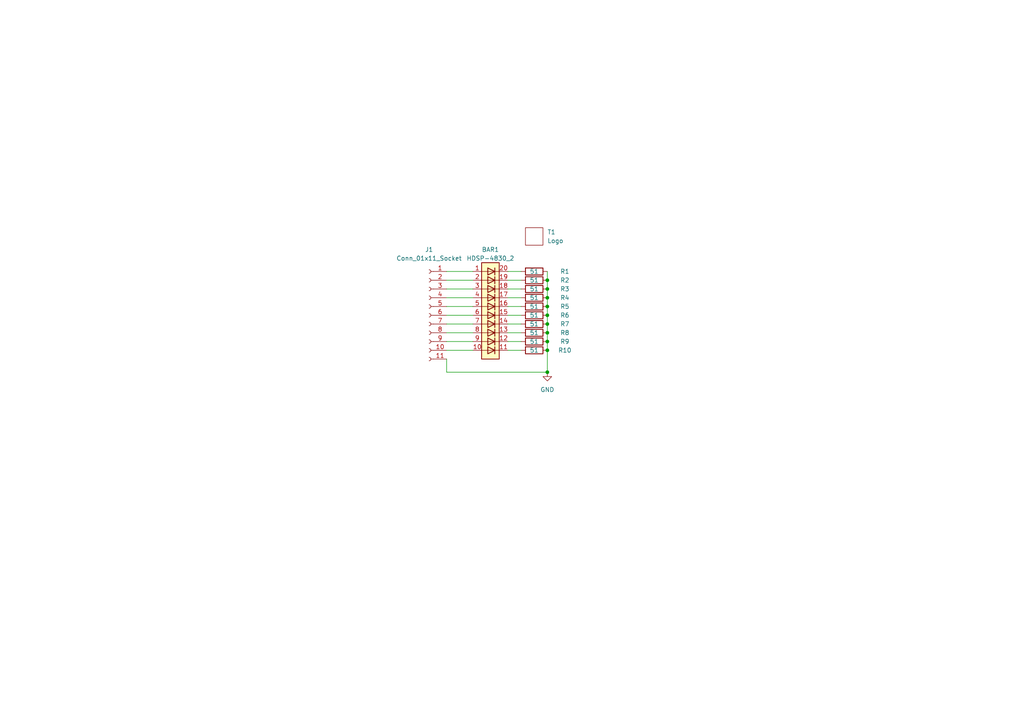
<source format=kicad_sch>
(kicad_sch (version 20230121) (generator eeschema)
  (paper "A4")
  (lib_symbols
    (symbol "Caravel_board:Logo"
      (property "Reference" "T" (at 0 1.27 0))
      (property "Value" "Logo" (at 0 -1.27 0))
      (symbol "Logo_0_1"
        (rectangle (start -2.54 2.54) (end 2.54 -2.54))
      )
    )
    (symbol "Connector:Conn_01x11_Socket" (pin_names (offset 1.016) hide)
      (property "Reference" "J" (at 0 15.24 0))
      (property "Value" "Conn_01x11_Socket" (at 0 -15.24 0))
      (symbol "Conn_01x11_Socket_1_1"
        (arc (start 0 -12.192) (mid -0.5058 -12.7) (end 0 -13.208) (stroke (width 0.1524)))
        (arc (start 0 -9.652) (mid -0.5058 -10.16) (end 0 -10.668) (stroke (width 0.1524)))
        (arc (start 0 -7.112) (mid -0.5058 -7.62) (end 0 -8.128) (stroke (width 0.1524)))
        (arc (start 0 -4.572) (mid -0.5058 -5.08) (end 0 -5.588) (stroke (width 0.1524)))
        (arc (start 0 -2.032) (mid -0.5058 -2.54) (end 0 -3.048) (stroke (width 0.1524)))
        (polyline (pts (xy -1.27 -12.7) (xy -0.508 -12.7)) (stroke (width 0.1524)))
        (polyline (pts (xy -1.27 -10.16) (xy -0.508 -10.16)) (stroke (width 0.1524)))
        (polyline (pts (xy -1.27 -7.62) (xy -0.508 -7.62)) (stroke (width 0.1524)))
        (polyline (pts (xy -1.27 -5.08) (xy -0.508 -5.08)) (stroke (width 0.1524)))
        (polyline (pts (xy -1.27 -2.54) (xy -0.508 -2.54)) (stroke (width 0.1524)))
        (polyline (pts (xy -1.27 0) (xy -0.508 0)) (stroke (width 0.1524)))
        (polyline (pts (xy -1.27 2.54) (xy -0.508 2.54)) (stroke (width 0.1524)))
        (polyline (pts (xy -1.27 5.08) (xy -0.508 5.08)) (stroke (width 0.1524)))
        (polyline (pts (xy -1.27 7.62) (xy -0.508 7.62)) (stroke (width 0.1524)))
        (polyline (pts (xy -1.27 10.16) (xy -0.508 10.16)) (stroke (width 0.1524)))
        (polyline (pts (xy -1.27 12.7) (xy -0.508 12.7)) (stroke (width 0.1524)))
        (arc (start 0 0.508) (mid -0.5058 0) (end 0 -0.508) (stroke (width 0.1524)))
        (arc (start 0 3.048) (mid -0.5058 2.54) (end 0 2.032) (stroke (width 0.1524)))
        (arc (start 0 5.588) (mid -0.5058 5.08) (end 0 4.572) (stroke (width 0.1524)))
        (arc (start 0 8.128) (mid -0.5058 7.62) (end 0 7.112) (stroke (width 0.1524)))
        (arc (start 0 10.668) (mid -0.5058 10.16) (end 0 9.652) (stroke (width 0.1524)))
        (arc (start 0 13.208) (mid -0.5058 12.7) (end 0 12.192) (stroke (width 0.1524)))
        (pin passive line (at -5.08 12.7 0) (length 3.81) (name "Pin_1") (number "1"))
        (pin passive line (at -5.08 -10.16 0) (length 3.81) (name "Pin_10") (number "10"))
        (pin passive line (at -5.08 -12.7 0) (length 3.81) (name "Pin_11") (number "11"))
        (pin passive line (at -5.08 10.16 0) (length 3.81) (name "Pin_2") (number "2"))
        (pin passive line (at -5.08 7.62 0) (length 3.81) (name "Pin_3") (number "3"))
        (pin passive line (at -5.08 5.08 0) (length 3.81) (name "Pin_4") (number "4"))
        (pin passive line (at -5.08 2.54 0) (length 3.81) (name "Pin_5") (number "5"))
        (pin passive line (at -5.08 0 0) (length 3.81) (name "Pin_6") (number "6"))
        (pin passive line (at -5.08 -2.54 0) (length 3.81) (name "Pin_7") (number "7"))
        (pin passive line (at -5.08 -5.08 0) (length 3.81) (name "Pin_8") (number "8"))
        (pin passive line (at -5.08 -7.62 0) (length 3.81) (name "Pin_9") (number "9"))
      )
    )
    (symbol "Device:R" (pin_numbers hide) (pin_names (offset 0))
      (property "Reference" "R" (at 2.032 0 90))
      (property "Value" "R" (at 0 0 90))
      (symbol "R_0_1"
        (rectangle (start -1.016 -2.54) (end 1.016 2.54) (stroke (width 0.254)))
      )
      (symbol "R_1_1"
        (pin passive line (at 0 3.81 270) (length 1.27) (name "~") (number "1"))
        (pin passive line (at 0 -3.81 90) (length 1.27) (name "~") (number "2"))
      )
    )
    (symbol "LED:HDSP-4830_2" (pin_names (offset 1.016) hide)
      (property "Reference" "BAR" (at 0 15.24 0))
      (property "Value" "HDSP-4830_2" (at 0 -17.78 0))
      (symbol "HDSP-4830_2_0_1"
        (rectangle (start -2.54 12.7) (end 2.54 -15.24) (stroke (width 0.254)) (fill (type background)))
        (polyline (pts (xy -2.54 -12.7) (xy 2.54 -12.7)))
        (polyline (pts (xy -2.54 -10.16) (xy 2.54 -10.16)))
        (polyline (pts (xy -2.54 -7.62) (xy 2.54 -7.62)))
        (polyline (pts (xy -2.54 -5.08) (xy 2.54 -5.08)))
        (polyline (pts (xy -2.54 0) (xy 2.54 0)))
        (polyline (pts (xy -2.54 5.08) (xy 2.54 5.08)))
        (polyline (pts (xy -2.54 7.62) (xy 2.54 7.62)))
        (polyline (pts (xy -2.54 10.16) (xy 2.54 10.16)))
        (polyline (pts (xy 1.27 -11.684) (xy 1.27 -13.716)) (stroke (width 0.254)))
        (polyline (pts (xy 1.27 -9.144) (xy 1.27 -11.176)) (stroke (width 0.254)))
        (polyline (pts (xy 1.27 -6.604) (xy 1.27 -8.636)) (stroke (width 0.254)))
        (polyline (pts (xy 1.27 -4.064) (xy 1.27 -6.096)) (stroke (width 0.254)))
        (polyline (pts (xy 1.27 -1.524) (xy 1.27 -3.556)) (stroke (width 0.254)))
        (polyline (pts (xy 1.27 1.016) (xy 1.27 -1.016)) (stroke (width 0.254)))
        (polyline (pts (xy 1.27 3.556) (xy 1.27 1.524)) (stroke (width 0.254)))
        (polyline (pts (xy 1.27 6.096) (xy 1.27 4.064)) (stroke (width 0.254)))
        (polyline (pts (xy 1.27 8.636) (xy 1.27 6.604)) (stroke (width 0.254)))
        (polyline (pts (xy 1.27 11.176) (xy 1.27 9.144)) (stroke (width 0.254)))
        (polyline (pts (xy 2.54 -2.54) (xy -2.54 -2.54)))
        (polyline (pts (xy 2.54 2.54) (xy -2.54 2.54)))
        (polyline (pts (xy -0.762 -11.684) (xy -0.762 -13.716) (xy 1.27 -12.7) (xy -0.762 -11.684)) (stroke (width 0.254)))
        (polyline (pts (xy -0.762 -9.144) (xy -0.762 -11.176) (xy 1.27 -10.16) (xy -0.762 -9.144)) (stroke (width 0.254)))
        (polyline (pts (xy -0.762 -6.604) (xy -0.762 -8.636) (xy 1.27 -7.62) (xy -0.762 -6.604)) (stroke (width 0.254)))
        (polyline (pts (xy -0.762 -4.064) (xy -0.762 -6.096) (xy 1.27 -5.08) (xy -0.762 -4.064)) (stroke (width 0.254)))
        (polyline (pts (xy -0.762 -1.524) (xy -0.762 -3.556) (xy 1.27 -2.54) (xy -0.762 -1.524)) (stroke (width 0.254)))
        (polyline (pts (xy -0.762 1.016) (xy -0.762 -1.016) (xy 1.27 0) (xy -0.762 1.016)) (stroke (width 0.254)))
        (polyline (pts (xy -0.762 3.556) (xy -0.762 1.524) (xy 1.27 2.54) (xy -0.762 3.556)) (stroke (width 0.254)))
        (polyline (pts (xy -0.762 6.096) (xy -0.762 4.064) (xy 1.27 5.08) (xy -0.762 6.096)) (stroke (width 0.254)))
        (polyline (pts (xy -0.762 8.636) (xy -0.762 6.604) (xy 1.27 7.62) (xy -0.762 8.636)) (stroke (width 0.254)))
        (polyline (pts (xy -0.762 11.176) (xy -0.762 9.144) (xy 1.27 10.16) (xy -0.762 11.176)) (stroke (width 0.254)))
      )
      (symbol "HDSP-4830_2_1_1"
        (pin passive line (at -5.08 10.16 0) (length 2.54) (name "A") (number "1"))
        (pin passive line (at -5.08 -12.7 0) (length 2.54) (name "A") (number "10"))
        (pin passive line (at 5.08 -12.7 180) (length 2.54) (name "K") (number "11"))
        (pin passive line (at 5.08 -10.16 180) (length 2.54) (name "K") (number "12"))
        (pin passive line (at 5.08 -7.62 180) (length 2.54) (name "K") (number "13"))
        (pin passive line (at 5.08 -5.08 180) (length 2.54) (name "K") (number "14"))
        (pin passive line (at 5.08 -2.54 180) (length 2.54) (name "K") (number "15"))
        (pin passive line (at 5.08 0 180) (length 2.54) (name "K") (number "16"))
        (pin passive line (at 5.08 2.54 180) (length 2.54) (name "K") (number "17"))
        (pin passive line (at 5.08 5.08 180) (length 2.54) (name "K") (number "18"))
        (pin passive line (at 5.08 7.62 180) (length 2.54) (name "K") (number "19"))
        (pin passive line (at -5.08 7.62 0) (length 2.54) (name "A") (number "2"))
        (pin passive line (at 5.08 10.16 180) (length 2.54) (name "K") (number "20"))
        (pin passive line (at -5.08 5.08 0) (length 2.54) (name "A") (number "3"))
        (pin passive line (at -5.08 2.54 0) (length 2.54) (name "A") (number "4"))
        (pin passive line (at -5.08 0 0) (length 2.54) (name "A") (number "5"))
        (pin passive line (at -5.08 -2.54 0) (length 2.54) (name "A") (number "6"))
        (pin passive line (at -5.08 -5.08 0) (length 2.54) (name "A") (number "7"))
        (pin passive line (at -5.08 -7.62 0) (length 2.54) (name "A") (number "8"))
        (pin passive line (at -5.08 -10.16 0) (length 2.54) (name "A") (number "9"))
      )
    )
    (symbol "power:GND" (power) (pin_names (offset 0))
      (property "Value" "GND" (at 0 -3.81 0))
      (symbol "GND_0_1"
        (polyline (pts (xy 0 0) (xy 0 -1.27) (xy 1.27 -1.27) (xy 0 -2.54) (xy -1.27 -1.27) (xy 0 -1.27)))
      )
      (symbol "GND_1_1"
        (pin power_in line (at 0 0 270) (length 0) hide (name "GND") (number "1"))
      )
    )
  )
  (junction (at 158.75 88.9))
  (junction (at 158.75 96.52))
  (junction (at 158.75 86.36))
  (junction (at 158.75 99.06))
  (junction (at 158.75 91.44))
  (junction (at 158.75 81.28))
  (junction (at 158.75 93.98))
  (junction (at 158.75 107.95))
  (junction (at 158.75 83.82))
  (junction (at 158.75 101.6))
  (wire (pts (xy 158.75 81.28) (xy 158.75 83.82)))
  (wire (pts (xy 129.54 96.52) (xy 137.16 96.52)))
  (wire (pts (xy 147.32 96.52) (xy 151.13 96.52)))
  (wire (pts (xy 129.54 99.06) (xy 137.16 99.06)))
  (wire (pts (xy 147.32 81.28) (xy 151.13 81.28)))
  (wire (pts (xy 129.54 86.36) (xy 137.16 86.36)))
  (wire (pts (xy 129.54 91.44) (xy 137.16 91.44)))
  (wire (pts (xy 129.54 101.6) (xy 137.16 101.6)))
  (wire (pts (xy 158.75 96.52) (xy 158.75 99.06)))
  (wire (pts (xy 147.32 93.98) (xy 151.13 93.98)))
  (wire (pts (xy 129.54 88.9) (xy 137.16 88.9)))
  (wire (pts (xy 147.32 99.06) (xy 151.13 99.06)))
  (wire (pts (xy 129.54 81.28) (xy 137.16 81.28)))
  (wire (pts (xy 158.75 99.06) (xy 158.75 101.6)))
  (wire (pts (xy 147.32 101.6) (xy 151.13 101.6)))
  (wire (pts (xy 147.32 78.74) (xy 151.13 78.74)))
  (wire (pts (xy 129.54 107.95) (xy 129.54 104.14)))
  (wire (pts (xy 158.75 107.95) (xy 158.75 101.6)))
  (wire (pts (xy 158.75 88.9) (xy 158.75 91.44)))
  (wire (pts (xy 129.54 83.82) (xy 137.16 83.82)))
  (wire (pts (xy 129.54 107.95) (xy 158.75 107.95)))
  (wire (pts (xy 158.75 91.44) (xy 158.75 93.98)))
  (wire (pts (xy 147.32 83.82) (xy 151.13 83.82)))
  (wire (pts (xy 147.32 88.9) (xy 151.13 88.9)))
  (wire (pts (xy 158.75 93.98) (xy 158.75 96.52)))
  (wire (pts (xy 158.75 78.74) (xy 158.75 81.28)))
  (wire (pts (xy 147.32 91.44) (xy 151.13 91.44)))
  (wire (pts (xy 158.75 83.82) (xy 158.75 86.36)))
  (wire (pts (xy 158.75 86.36) (xy 158.75 88.9)))
  (wire (pts (xy 129.54 78.74) (xy 137.16 78.74)))
  (wire (pts (xy 129.54 93.98) (xy 137.16 93.98)))
  (wire (pts (xy 147.32 86.36) (xy 151.13 86.36)))
  (symbol (lib_id "power:GND") (at 158.75 107.95 0) (unit 1)
    (property "Reference" "#PWR01" (effects hide))
    (property "Value" "GND" (at 158.75 113.03 0))
  )
  (symbol (lib_id "Device:R") (at 154.94 83.82 90) (unit 1)
    (property "Reference" "R3" (at 163.83 83.82 90))
    (property "Value" "51" (at 154.94 83.82 90))
    (property "Footprint" "Resistor_SMD:R_0805_2012Metric" (effects hide))
  )
  (symbol (lib_id "LED:HDSP-4830_2") (at 142.24 88.9 0) (unit 1)
    (property "Reference" "BAR1" (at 142.24 72.39 0))
    (property "Value" "HDSP-4830_2" (at 142.24 74.93 0))
    (property "Footprint" "Display:HDSP-4830" (effects hide))
    (property "Datasheet" "https://docs.broadcom.com/docs/AV02-1798EN" (effects hide))
  )
  (symbol (lib_id "Device:R") (at 154.94 101.6 90) (unit 1)
    (property "Reference" "R10" (at 163.83 101.6 90))
    (property "Value" "51" (at 154.94 101.6 90))
    (property "Footprint" "Resistor_SMD:R_0805_2012Metric" (effects hide))
  )
  (symbol (lib_id "Device:R") (at 154.94 88.9 90) (unit 1)
    (property "Reference" "R5" (at 163.83 88.9 90))
    (property "Value" "51" (at 154.94 88.9 90))
    (property "Footprint" "Resistor_SMD:R_0805_2012Metric" (effects hide))
  )
  (symbol (lib_id "Device:R") (at 154.94 91.44 90) (unit 1)
    (property "Reference" "R6" (at 163.83 91.44 90))
    (property "Value" "51" (at 154.94 91.44 90))
    (property "Footprint" "Resistor_SMD:R_0805_2012Metric" (effects hide))
  )
  (symbol (lib_id "Device:R") (at 154.94 86.36 90) (unit 1)
    (property "Reference" "R4" (at 163.83 86.36 90))
    (property "Value" "51" (at 154.94 86.36 90))
    (property "Footprint" "Resistor_SMD:R_0805_2012Metric" (effects hide))
  )
  (symbol (lib_id "Connector:Conn_01x11_Socket") (at 124.46 91.44 0) (mirror y) (unit 1)
    (property "Reference" "J1" (at 124.46 72.39 0))
    (property "Value" "Conn_01x11_Socket" (at 124.46 74.93 0))
    (property "Footprint" "Connector_PinHeader_1.00mm:PinHeader_1x11_P1.00mm_Vertical" (effects hide))
  )
  (symbol (lib_id "Device:R") (at 154.94 99.06 90) (unit 1)
    (property "Reference" "R9" (at 163.83 99.06 90))
    (property "Value" "51" (at 154.94 99.06 90))
    (property "Footprint" "Resistor_SMD:R_0805_2012Metric" (effects hide))
  )
  (symbol (lib_id "Device:R") (at 154.94 78.74 90) (unit 1)
    (property "Reference" "R1" (at 163.83 78.74 90))
    (property "Value" "51" (at 154.94 78.74 90))
    (property "Footprint" "Resistor_SMD:R_0805_2012Metric" (effects hide))
  )
  (symbol (lib_id "Device:R") (at 154.94 93.98 90) (unit 1)
    (property "Reference" "R7" (at 163.83 93.98 90))
    (property "Value" "51" (at 154.94 93.98 90))
    (property "Footprint" "Resistor_SMD:R_0805_2012Metric" (effects hide))
  )
  (symbol (lib_id "Caravel_board:Logo") (at 154.94 68.58 0) (unit 1)
    (property "Reference" "T1" (at 158.75 67.3099 0) (effects (justify left)))
    (property "Value" "Logo" (at 158.75 69.8499 0) (effects (justify left)))
    (property "Footprint" "Caravel_Board:ef_logo" (effects hide))
  )
  (symbol (lib_id "Device:R") (at 154.94 81.28 90) (unit 1)
    (property "Reference" "R2" (at 163.83 81.28 90))
    (property "Value" "51" (at 154.94 81.28 90))
    (property "Footprint" "Resistor_SMD:R_0805_2012Metric" (effects hide))
  )
  (symbol (lib_id "Device:R") (at 154.94 96.52 90) (unit 1)
    (property "Reference" "R8" (at 163.83 96.52 90))
    (property "Value" "51" (at 154.94 96.52 90))
    (property "Footprint" "Resistor_SMD:R_0805_2012Metric" (effects hide))
  )
)
</source>
